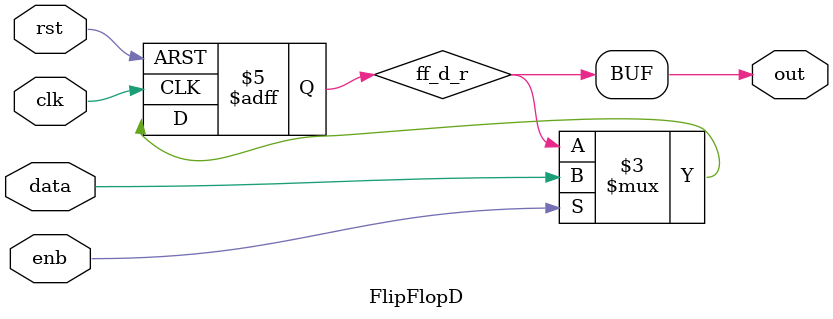
<source format=sv>
module FlipFlopD #(parameter DW = 8)
(
	input clk,
	input rst,
	input enb,
	input data,
	output out
);

logic ff_d_r;

always_ff@(posedge clk or negedge rst) begin: FlipFlop
	
	if(!rst)
        ff_d_r  <= '0;
    else if (enb)
        ff_d_r  <= data;

end: FlipFlop 

assign out = ff_d_r;

endmodule

</source>
